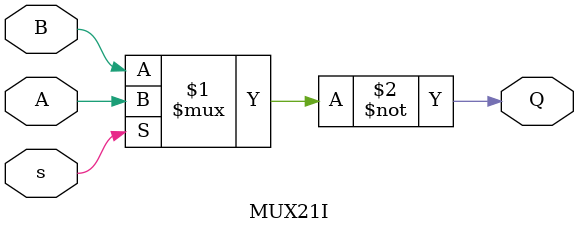
<source format=v>
/* S-box using all normal bases */
/* case # 4 : [d^16, d], [alpha^8, alpha^2], [Omega^2, Omega] */
/* beta^8 = N^2*alpha^2, N = w^2 */
/* optimized using OR gates and NAND gates */

/* MUX21I is an inverting 2:1 multiplexor */
module MUX21I ( A, B, s, Q );
	input A;
	input B;
	input s;
	output Q;
	
	assign Q = ~ ( s ? A : B ); /* mock-up for FPGA implementation */
endmodule

</source>
